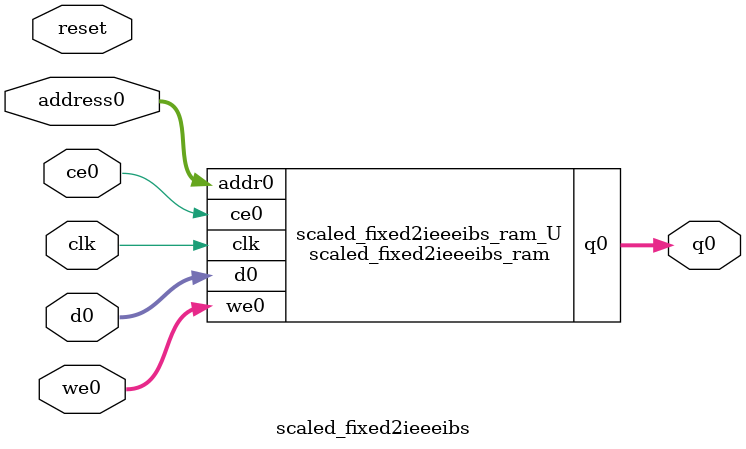
<source format=v>
`timescale 1 ns / 1 ps
module scaled_fixed2ieeeibs_ram (addr0, ce0, d0, we0, q0,  clk);

parameter DWIDTH = 32;
parameter AWIDTH = 2;
parameter MEM_SIZE = 4;
parameter COL_WIDTH = 8;
parameter NUM_COL = (DWIDTH/COL_WIDTH);

input[AWIDTH-1:0] addr0;
input ce0;
input[DWIDTH-1:0] d0;
input [NUM_COL-1:0] we0;
output reg[DWIDTH-1:0] q0;
input clk;

(* ram_style = "block" *)reg [DWIDTH-1:0] ram[0:MEM_SIZE-1];



genvar i;

generate
    for (i=0;i<NUM_COL;i=i+1) begin
        always @(posedge clk) begin
            if (ce0) begin
                if (we0[i]) begin
                    ram[addr0][i*COL_WIDTH +: COL_WIDTH] <= d0[i*COL_WIDTH +: COL_WIDTH]; 
                end
                q0[i*COL_WIDTH +: COL_WIDTH] <= ram[addr0][i*COL_WIDTH +: COL_WIDTH];
            end
        end
    end
endgenerate


endmodule

`timescale 1 ns / 1 ps
module scaled_fixed2ieeeibs(
    reset,
    clk,
    address0,
    ce0,
    we0,
    d0,
    q0);

parameter DataWidth = 32'd32;
parameter AddressRange = 32'd4;
parameter AddressWidth = 32'd2;
input reset;
input clk;
input[AddressWidth - 1:0] address0;
input ce0;
input[DataWidth/8 - 1:0] we0;
input[DataWidth - 1:0] d0;
output[DataWidth - 1:0] q0;



scaled_fixed2ieeeibs_ram scaled_fixed2ieeeibs_ram_U(
    .clk( clk ),
    .addr0( address0 ),
    .ce0( ce0 ),
    .we0( we0 ),
    .d0( d0 ),
    .q0( q0 ));

endmodule


</source>
